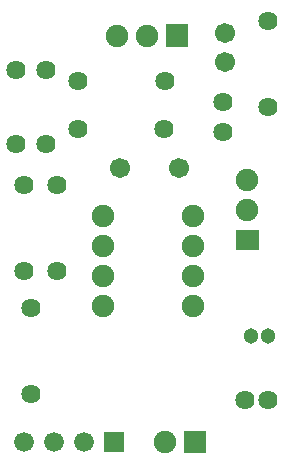
<source format=gts>
G04 Layer: TopSolderMaskLayer*
G04 EasyEDA v6.4.31, 2022-01-29 23:58:21*
G04 2823f7ec020141a2b4db78c869935daf,00a5ad12733442db97615573759eb5db,10*
G04 Gerber Generator version 0.2*
G04 Scale: 100 percent, Rotated: No, Reflected: No *
G04 Dimensions in millimeters *
G04 leading zeros omitted , absolute positions ,4 integer and 5 decimal *
%FSLAX45Y45*%
%MOMM*%

%ADD24C,1.7016*%
%ADD25C,1.9016*%
%ADD28C,1.3016*%
%ADD29C,1.6256*%
%ADD31C,1.6764*%

%LPD*%
D24*
G01*
X1930400Y3744493D03*
G01*
X1930400Y3494506D03*
D25*
G01*
X2120900Y2501900D03*
G01*
X2120900Y2247900D03*
G36*
X2025904Y1910079D02*
G01*
X2025904Y2077720D01*
X2215895Y2077720D01*
X2215895Y1910079D01*
G37*
G36*
X1429004Y3626104D02*
G01*
X1429004Y3816095D01*
X1618995Y3816095D01*
X1618995Y3626104D01*
G37*
G01*
X1270000Y3721100D03*
G01*
X1016000Y3721100D03*
G01*
X901700Y2197100D03*
G01*
X901700Y1943100D03*
G01*
X1663700Y1943100D03*
G01*
X1663700Y2197100D03*
G01*
X901700Y1689100D03*
G01*
X901700Y1435100D03*
G01*
X1663700Y1689100D03*
G01*
X1663700Y1435100D03*
D28*
G01*
X2147493Y1181100D03*
G01*
X2297506Y1181100D03*
D24*
G01*
X1045413Y2603500D03*
G01*
X1545412Y2603500D03*
D29*
G01*
X1917700Y2908300D03*
G01*
X1917700Y3162300D03*
G01*
X165100Y2806700D03*
G01*
X419100Y2806700D03*
G01*
X165100Y3429000D03*
G01*
X419100Y3429000D03*
G01*
X1419097Y2933700D03*
G01*
X689076Y2933700D03*
G01*
X2298700Y3114776D03*
G01*
X2298700Y3844797D03*
G01*
X228600Y1730476D03*
G01*
X228600Y2460497D03*
G01*
X508000Y1730476D03*
G01*
X508000Y2460497D03*
G01*
X292100Y1419097D03*
G01*
X292100Y689076D03*
G01*
X1419123Y3340100D03*
G01*
X689102Y3340100D03*
G01*
X2297175Y635000D03*
G01*
X2097024Y635000D03*
D25*
G01*
X1422400Y279400D03*
G36*
X1581404Y184404D02*
G01*
X1581404Y374395D01*
X1771395Y374395D01*
X1771395Y184404D01*
G37*
G36*
X906779Y195579D02*
G01*
X906779Y363220D01*
X1074420Y363220D01*
X1074420Y195579D01*
G37*
D31*
G01*
X736600Y279400D03*
G01*
X482600Y279400D03*
G01*
X228600Y279400D03*
M02*

</source>
